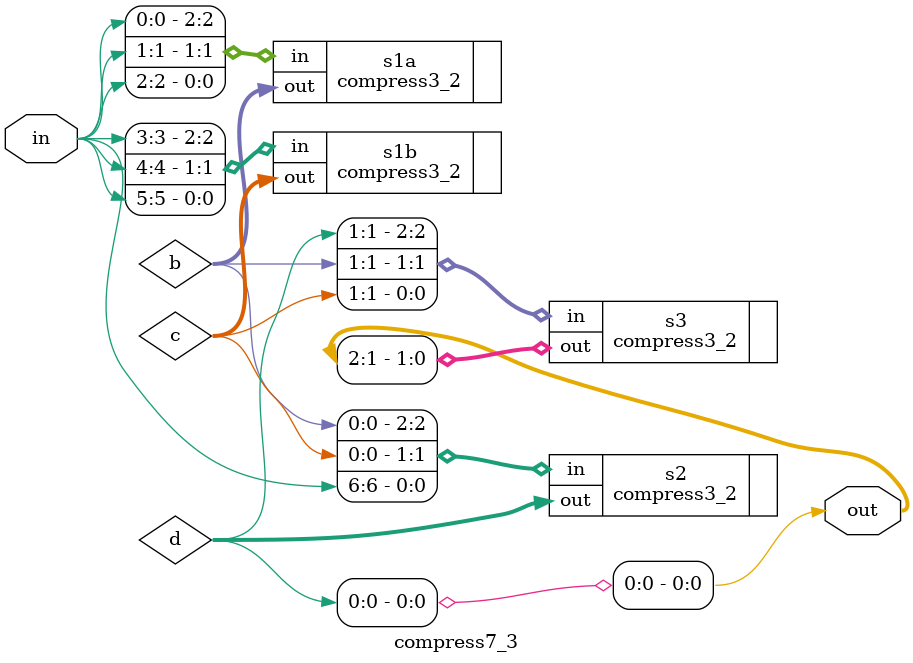
<source format=v>
module compress7_3(
    input [6:0] in,
    output [2:0] out
);
    wire [1:0] b;
    wire [1:0] c;
    wire [1:0] d;
    compress3_2 s1a(.in({in[0],in[1],in[2]}),.out({b[1],b[0]}));
    compress3_2 s1b(.in({in[3],in[4],in[5]}),.out({c[1],c[0]}));
    compress3_2 s2(.in({b[0],c[0],in[6]}),.out({d[1],d[0]}));
    compress3_2 s3(.in({d[1],b[1],c[1]}),.out({out[2],out[1]}));
    assign out[0] = d[0];
endmodule
</source>
